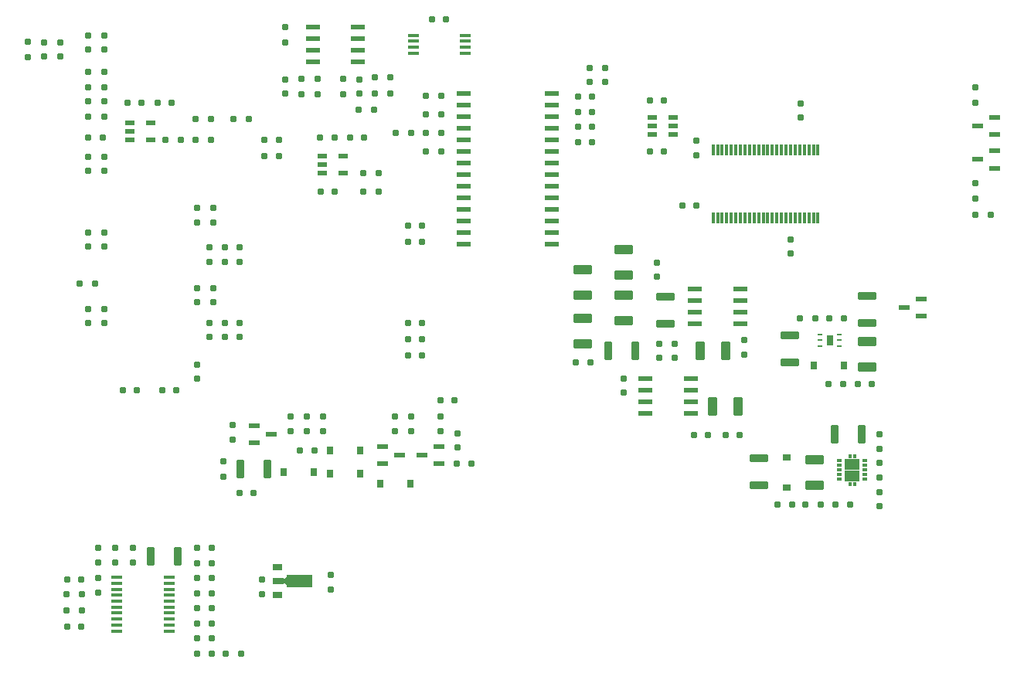
<source format=gtp>
G04 #@! TF.GenerationSoftware,KiCad,Pcbnew,7.0.9*
G04 #@! TF.CreationDate,2024-07-29T14:18:25+01:00*
G04 #@! TF.ProjectId,dacattac-alpha,64616361-7474-4616-932d-616c7068612e,rev?*
G04 #@! TF.SameCoordinates,Original*
G04 #@! TF.FileFunction,Paste,Top*
G04 #@! TF.FilePolarity,Positive*
%FSLAX46Y46*%
G04 Gerber Fmt 4.6, Leading zero omitted, Abs format (unit mm)*
G04 Created by KiCad (PCBNEW 7.0.9) date 2024-07-29 14:18:25*
%MOMM*%
%LPD*%
G01*
G04 APERTURE LIST*
G04 Aperture macros list*
%AMRoundRect*
0 Rectangle with rounded corners*
0 $1 Rounding radius*
0 $2 $3 $4 $5 $6 $7 $8 $9 X,Y pos of 4 corners*
0 Add a 4 corners polygon primitive as box body*
4,1,4,$2,$3,$4,$5,$6,$7,$8,$9,$2,$3,0*
0 Add four circle primitives for the rounded corners*
1,1,$1+$1,$2,$3*
1,1,$1+$1,$4,$5*
1,1,$1+$1,$6,$7*
1,1,$1+$1,$8,$9*
0 Add four rect primitives between the rounded corners*
20,1,$1+$1,$2,$3,$4,$5,0*
20,1,$1+$1,$4,$5,$6,$7,0*
20,1,$1+$1,$6,$7,$8,$9,0*
20,1,$1+$1,$8,$9,$2,$3,0*%
%AMFreePoly0*
4,1,17,3.685500,-0.689500,0.914500,-0.689500,0.914500,-0.450000,0.862658,-0.324842,0.737500,-0.273000,0.560500,-0.273000,0.560500,-0.342000,-0.560500,-0.342000,-0.560500,0.342000,0.560500,0.342000,0.560500,0.273000,0.737500,0.273000,0.862658,0.324842,0.914500,0.450000,0.914500,0.689500,3.685500,0.689500,3.685500,-0.689500,3.685500,-0.689500,$1*%
G04 Aperture macros list end*
%ADD10C,0.010000*%
%ADD11RoundRect,0.117000X-0.339000X0.225000X-0.339000X-0.225000X0.339000X-0.225000X0.339000X0.225000X0*%
%ADD12RoundRect,0.117000X-0.244000X0.225000X-0.244000X-0.225000X0.244000X-0.225000X0.244000X0.225000X0*%
%ADD13RoundRect,0.117000X0.225000X0.244000X-0.225000X0.244000X-0.225000X-0.244000X0.225000X-0.244000X0*%
%ADD14RoundRect,0.104000X0.200000X0.257000X-0.200000X0.257000X-0.200000X-0.257000X0.200000X-0.257000X0*%
%ADD15RoundRect,0.117000X0.244000X-0.225000X0.244000X0.225000X-0.244000X0.225000X-0.244000X-0.225000X0*%
%ADD16RoundRect,0.104000X0.257000X-0.200000X0.257000X0.200000X-0.257000X0.200000X-0.257000X-0.200000X0*%
%ADD17RoundRect,0.112000X0.325000X0.914000X-0.325000X0.914000X-0.325000X-0.914000X0.325000X-0.914000X0*%
%ADD18RoundRect,0.117000X-0.225000X-0.244000X0.225000X-0.244000X0.225000X0.244000X-0.225000X0.244000X0*%
%ADD19RoundRect,0.000000X0.503500X0.228000X-0.503500X0.228000X-0.503500X-0.228000X0.503500X-0.228000X0*%
%ADD20RoundRect,0.104000X-0.257000X0.200000X-0.257000X-0.200000X0.257000X-0.200000X0.257000X0.200000X0*%
%ADD21RoundRect,0.000000X-0.560500X-0.152000X0.560500X-0.152000X0.560500X0.152000X-0.560500X0.152000X0*%
%ADD22RoundRect,0.104000X-0.200000X-0.257000X0.200000X-0.257000X0.200000X0.257000X-0.200000X0.257000X0*%
%ADD23RoundRect,0.000000X-0.741000X-0.228000X0.741000X-0.228000X0.741000X0.228000X-0.741000X0.228000X0*%
%ADD24RoundRect,0.112000X0.914000X-0.325000X0.914000X0.325000X-0.914000X0.325000X-0.914000X-0.325000X0*%
%ADD25RoundRect,0.000000X0.560500X0.228000X-0.560500X0.228000X-0.560500X-0.228000X0.560500X-0.228000X0*%
%ADD26RoundRect,0.100000X0.907000X-0.375000X0.907000X0.375000X-0.907000X0.375000X-0.907000X-0.375000X0*%
%ADD27RoundRect,0.000000X0.114000X-0.560500X0.114000X0.560500X-0.114000X0.560500X-0.114000X-0.560500X0*%
%ADD28RoundRect,0.117000X-0.225000X-0.339000X0.225000X-0.339000X0.225000X0.339000X-0.225000X0.339000X0*%
%ADD29R,0.988000X0.684000*%
%ADD30FreePoly0,0.000000*%
%ADD31RoundRect,0.000000X-0.560500X-0.228000X0.560500X-0.228000X0.560500X0.228000X-0.560500X0.228000X0*%
%ADD32RoundRect,0.000000X-0.684000X-0.228000X0.684000X-0.228000X0.684000X0.228000X-0.684000X0.228000X0*%
%ADD33RoundRect,0.100000X-0.907000X0.375000X-0.907000X-0.375000X0.907000X-0.375000X0.907000X0.375000X0*%
%ADD34RoundRect,0.112000X-0.325000X-0.914000X0.325000X-0.914000X0.325000X0.914000X-0.325000X0.914000X0*%
%ADD35RoundRect,0.000000X0.228000X0.091200X-0.228000X0.091200X-0.228000X-0.091200X0.228000X-0.091200X0*%
%ADD36RoundRect,0.000000X-0.503500X-0.228000X0.503500X-0.228000X0.503500X0.228000X-0.503500X0.228000X0*%
%ADD37RoundRect,0.100000X0.375000X0.907000X-0.375000X0.907000X-0.375000X-0.907000X0.375000X-0.907000X0*%
%ADD38R,0.494000X0.243200*%
%ADD39RoundRect,0.117000X0.225000X0.339000X-0.225000X0.339000X-0.225000X-0.339000X0.225000X-0.339000X0*%
G04 APERTURE END LIST*
G04 #@! TO.C,U11*
D10*
X180521000Y-115852000D02*
X179021000Y-115852000D01*
X179021000Y-114792000D01*
X180521000Y-114792000D01*
X180521000Y-115852000D01*
G36*
X180521000Y-115852000D02*
G01*
X179021000Y-115852000D01*
X179021000Y-114792000D01*
X180521000Y-114792000D01*
X180521000Y-115852000D01*
G37*
X180521000Y-114592000D02*
X179021000Y-114592000D01*
X179021000Y-113532000D01*
X180521000Y-113532000D01*
X180521000Y-114592000D01*
G36*
X180521000Y-114592000D02*
G01*
X179021000Y-114592000D01*
X179021000Y-113532000D01*
X180521000Y-113532000D01*
X180521000Y-114592000D01*
G37*
X180146000Y-116392000D02*
X179896000Y-116392000D01*
X179896000Y-116052000D01*
X180146000Y-116052000D01*
X180146000Y-116392000D01*
G36*
X180146000Y-116392000D02*
G01*
X179896000Y-116392000D01*
X179896000Y-116052000D01*
X180146000Y-116052000D01*
X180146000Y-116392000D01*
G37*
X180146000Y-113332000D02*
X179896000Y-113332000D01*
X179896000Y-112992000D01*
X180146000Y-112992000D01*
X180146000Y-113332000D01*
G36*
X180146000Y-113332000D02*
G01*
X179896000Y-113332000D01*
X179896000Y-112992000D01*
X180146000Y-112992000D01*
X180146000Y-113332000D01*
G37*
X179646000Y-116392000D02*
X179396000Y-116392000D01*
X179396000Y-116052000D01*
X179646000Y-116052000D01*
X179646000Y-116392000D01*
G36*
X179646000Y-116392000D02*
G01*
X179396000Y-116392000D01*
X179396000Y-116052000D01*
X179646000Y-116052000D01*
X179646000Y-116392000D01*
G37*
X179646000Y-113332000D02*
X179396000Y-113332000D01*
X179396000Y-112992000D01*
X179646000Y-112992000D01*
X179646000Y-113332000D01*
G36*
X179646000Y-113332000D02*
G01*
X179396000Y-113332000D01*
X179396000Y-112992000D01*
X179646000Y-112992000D01*
X179646000Y-113332000D01*
G37*
G04 #@! TO.C,U2*
X177654000Y-101029000D02*
X177022000Y-101029000D01*
X177022000Y-100017000D01*
X177654000Y-100017000D01*
X177654000Y-101029000D01*
G36*
X177654000Y-101029000D02*
G01*
X177022000Y-101029000D01*
X177022000Y-100017000D01*
X177654000Y-100017000D01*
X177654000Y-101029000D01*
G37*
G04 #@! TD*
D11*
G04 #@! TO.C,D2*
X172659000Y-113356000D03*
X172659000Y-116656000D03*
G04 #@! TD*
D12*
G04 #@! TO.C,C19*
X111064000Y-90350000D03*
X111064000Y-91900000D03*
G04 #@! TD*
D13*
G04 #@! TO.C,C88*
X151095000Y-102936000D03*
X149545000Y-102936000D03*
G04 #@! TD*
D14*
G04 #@! TO.C,R8*
X134749000Y-79822000D03*
X133099000Y-79822000D03*
G04 #@! TD*
G04 #@! TO.C,R17*
X97729000Y-78298000D03*
X96079000Y-78298000D03*
G04 #@! TD*
D15*
G04 #@! TO.C,C17*
X151069000Y-72202000D03*
X151069000Y-70652000D03*
G04 #@! TD*
G04 #@! TO.C,C37*
X109794000Y-96358000D03*
X109794000Y-94808000D03*
G04 #@! TD*
D13*
G04 #@! TO.C,C13*
X151336000Y-77155000D03*
X149786000Y-77155000D03*
G04 #@! TD*
D14*
G04 #@! TO.C,R19*
X113667000Y-76266000D03*
X112017000Y-76266000D03*
G04 #@! TD*
D16*
G04 #@! TO.C,R62*
X193294000Y-84965000D03*
X193294000Y-83315000D03*
G04 #@! TD*
D17*
G04 #@! TO.C,C68*
X180816000Y-110810000D03*
X177866000Y-110810000D03*
G04 #@! TD*
D18*
G04 #@! TO.C,C66*
X177993000Y-118557000D03*
X179543000Y-118557000D03*
G04 #@! TD*
D19*
G04 #@! TO.C,U3*
X160202000Y-77978000D03*
X160202000Y-77028000D03*
X160202000Y-76078000D03*
X157927000Y-76078000D03*
X157927000Y-77028000D03*
X157927000Y-77978000D03*
G04 #@! TD*
D20*
G04 #@! TO.C,R24*
X97856000Y-74362000D03*
X97856000Y-76012000D03*
G04 #@! TD*
D12*
G04 #@! TO.C,C67*
X182819000Y-113985000D03*
X182819000Y-115535000D03*
G04 #@! TD*
D21*
G04 #@! TO.C,U9*
X99243000Y-126513000D03*
X99243000Y-127163000D03*
X99243000Y-127813000D03*
X99243000Y-128463000D03*
X99243000Y-129113000D03*
X99243000Y-129763000D03*
X99243000Y-130413000D03*
X99243000Y-131063000D03*
X99243000Y-131713000D03*
X99243000Y-132363000D03*
X104968000Y-132363000D03*
X104968000Y-131713000D03*
X104968000Y-131063000D03*
X104968000Y-130413000D03*
X104968000Y-129763000D03*
X104968000Y-129113000D03*
X104968000Y-128463000D03*
X104968000Y-127813000D03*
X104968000Y-127163000D03*
X104968000Y-126513000D03*
G04 #@! TD*
D12*
G04 #@! TO.C,C29*
X109413000Y-98605000D03*
X109413000Y-100155000D03*
G04 #@! TD*
D15*
G04 #@! TO.C,C70*
X97856000Y-81981000D03*
X97856000Y-80431000D03*
G04 #@! TD*
G04 #@! TO.C,C50*
X93030000Y-69421000D03*
X93030000Y-67871000D03*
G04 #@! TD*
D22*
G04 #@! TO.C,R39*
X177260000Y-98110000D03*
X178910000Y-98110000D03*
G04 #@! TD*
D15*
G04 #@! TO.C,C40*
X96078000Y-90262000D03*
X96078000Y-88712000D03*
G04 #@! TD*
D18*
G04 #@! TO.C,C7*
X133771000Y-65344000D03*
X135321000Y-65344000D03*
G04 #@! TD*
D15*
G04 #@! TO.C,C58*
X99063000Y-124851000D03*
X99063000Y-123301000D03*
G04 #@! TD*
D14*
G04 #@! TO.C,R41*
X173230000Y-118557000D03*
X171580000Y-118557000D03*
G04 #@! TD*
D13*
G04 #@! TO.C,C14*
X151323000Y-73853000D03*
X149773000Y-73853000D03*
G04 #@! TD*
D22*
G04 #@! TO.C,R33*
X108017000Y-128254000D03*
X109667000Y-128254000D03*
G04 #@! TD*
D23*
G04 #@! TO.C,U13*
X162564000Y-94935000D03*
X162564000Y-96205000D03*
X162564000Y-97475000D03*
X162564000Y-98745000D03*
X167514000Y-98745000D03*
X167514000Y-97475000D03*
X167514000Y-96205000D03*
X167514000Y-94935000D03*
G04 #@! TD*
D20*
G04 #@! TO.C,R48*
X118303000Y-108842000D03*
X118303000Y-110492000D03*
G04 #@! TD*
D24*
G04 #@! TO.C,C63*
X172942000Y-102965000D03*
X172942000Y-100015000D03*
G04 #@! TD*
D18*
G04 #@! TO.C,C6*
X157660000Y-79822000D03*
X159210000Y-79822000D03*
G04 #@! TD*
D12*
G04 #@! TO.C,C65*
X182819000Y-117134000D03*
X182819000Y-118684000D03*
G04 #@! TD*
D18*
G04 #@! TO.C,C52*
X93780000Y-126730000D03*
X95330000Y-126730000D03*
G04 #@! TD*
D15*
G04 #@! TO.C,C34*
X108016000Y-104740000D03*
X108016000Y-103190000D03*
G04 #@! TD*
D25*
G04 #@! TO.C,Q1*
X195423000Y-81661000D03*
X195423000Y-79761000D03*
X193548000Y-80711000D03*
G04 #@! TD*
D12*
G04 #@! TO.C,C30*
X111064000Y-98605000D03*
X111064000Y-100155000D03*
G04 #@! TD*
D22*
G04 #@! TO.C,R15*
X104588000Y-78552000D03*
X106238000Y-78552000D03*
G04 #@! TD*
D15*
G04 #@! TO.C,C16*
X152720000Y-72202000D03*
X152720000Y-70652000D03*
G04 #@! TD*
D22*
G04 #@! TO.C,R6*
X125733000Y-75250000D03*
X127383000Y-75250000D03*
G04 #@! TD*
D13*
G04 #@! TO.C,C22*
X123129000Y-84267000D03*
X121579000Y-84267000D03*
G04 #@! TD*
D18*
G04 #@! TO.C,C28*
X131130000Y-102174000D03*
X132680000Y-102174000D03*
G04 #@! TD*
D12*
G04 #@! TO.C,C53*
X97158000Y-126603000D03*
X97158000Y-128153000D03*
G04 #@! TD*
D13*
G04 #@! TO.C,C3*
X162766000Y-85791000D03*
X161216000Y-85791000D03*
G04 #@! TD*
D15*
G04 #@! TO.C,C1*
X174183000Y-76139000D03*
X174183000Y-74589000D03*
G04 #@! TD*
D22*
G04 #@! TO.C,R5*
X129797000Y-77790000D03*
X131447000Y-77790000D03*
G04 #@! TD*
D15*
G04 #@! TO.C,C69*
X96078000Y-81981000D03*
X96078000Y-80431000D03*
G04 #@! TD*
G04 #@! TO.C,C47*
X91252000Y-69421000D03*
X91252000Y-67871000D03*
G04 #@! TD*
D14*
G04 #@! TO.C,R36*
X109667000Y-134858000D03*
X108017000Y-134858000D03*
G04 #@! TD*
D18*
G04 #@! TO.C,C74*
X162473000Y-110937000D03*
X164023000Y-110937000D03*
G04 #@! TD*
G04 #@! TO.C,C59*
X108067000Y-124952000D03*
X109617000Y-124952000D03*
G04 #@! TD*
D26*
G04 #@! TO.C,L16*
X175707000Y-116404000D03*
X175707000Y-113604000D03*
G04 #@! TD*
D13*
G04 #@! TO.C,C32*
X101412000Y-105984000D03*
X99862000Y-105984000D03*
G04 #@! TD*
D14*
G04 #@! TO.C,R12*
X127891000Y-84267000D03*
X126241000Y-84267000D03*
G04 #@! TD*
D18*
G04 #@! TO.C,C24*
X131117000Y-87950000D03*
X132667000Y-87950000D03*
G04 #@! TD*
D13*
G04 #@! TO.C,C12*
X151336000Y-78806000D03*
X149786000Y-78806000D03*
G04 #@! TD*
D12*
G04 #@! TO.C,C87*
X158689000Y-100904000D03*
X158689000Y-102454000D03*
G04 #@! TD*
D15*
G04 #@! TO.C,C48*
X96078000Y-68659000D03*
X96078000Y-67109000D03*
G04 #@! TD*
D24*
G04 #@! TO.C,C84*
X159324000Y-98696000D03*
X159324000Y-95746000D03*
G04 #@! TD*
D15*
G04 #@! TO.C,C54*
X100968000Y-124838000D03*
X100968000Y-123288000D03*
G04 #@! TD*
D27*
G04 #@! TO.C,U1*
X164556000Y-87103500D03*
X165056000Y-87103500D03*
X165556000Y-87103500D03*
X166056000Y-87103500D03*
X166556000Y-87103500D03*
X167056000Y-87103500D03*
X167556000Y-87103500D03*
X168056000Y-87103500D03*
X168556000Y-87103500D03*
X169056000Y-87103500D03*
X169556000Y-87103500D03*
X170056000Y-87103500D03*
X170556000Y-87103500D03*
X171056000Y-87103500D03*
X171556000Y-87103500D03*
X172056000Y-87103500D03*
X172556000Y-87103500D03*
X173056000Y-87103500D03*
X173556000Y-87103500D03*
X174056000Y-87103500D03*
X174556000Y-87103500D03*
X175056000Y-87103500D03*
X175556000Y-87103500D03*
X176056000Y-87103500D03*
X176056000Y-79678500D03*
X175556000Y-79678500D03*
X175056000Y-79678500D03*
X174556000Y-79678500D03*
X174056000Y-79678500D03*
X173556000Y-79678500D03*
X173056000Y-79678500D03*
X172556000Y-79678500D03*
X172056000Y-79678500D03*
X171556000Y-79678500D03*
X171056000Y-79678500D03*
X170556000Y-79678500D03*
X170056000Y-79678500D03*
X169556000Y-79678500D03*
X169056000Y-79678500D03*
X168556000Y-79678500D03*
X168056000Y-79678500D03*
X167556000Y-79678500D03*
X167056000Y-79678500D03*
X166556000Y-79678500D03*
X166056000Y-79678500D03*
X165556000Y-79678500D03*
X165056000Y-79678500D03*
X164556000Y-79678500D03*
G04 #@! TD*
D12*
G04 #@! TO.C,C20*
X109413000Y-90350000D03*
X109413000Y-91900000D03*
G04 #@! TD*
D28*
G04 #@! TO.C,D5*
X117542000Y-115001000D03*
X120842000Y-115001000D03*
G04 #@! TD*
D15*
G04 #@! TO.C,C2*
X162753000Y-80216000D03*
X162753000Y-78666000D03*
G04 #@! TD*
D14*
G04 #@! TO.C,R1*
X134749000Y-73726000D03*
X133099000Y-73726000D03*
G04 #@! TD*
D28*
G04 #@! TO.C,D1*
X175611000Y-103317000D03*
X178911000Y-103317000D03*
G04 #@! TD*
D14*
G04 #@! TO.C,R34*
X109667000Y-129905000D03*
X108017000Y-129905000D03*
G04 #@! TD*
D26*
G04 #@! TO.C,L5*
X154752000Y-93414000D03*
X154752000Y-90614000D03*
G04 #@! TD*
D25*
G04 #@! TO.C,Q3*
X187391000Y-97856000D03*
X187391000Y-95956000D03*
X185516000Y-96906000D03*
G04 #@! TD*
D16*
G04 #@! TO.C,R23*
X121224000Y-73535000D03*
X121224000Y-71885000D03*
G04 #@! TD*
D22*
G04 #@! TO.C,R52*
X193295000Y-86807000D03*
X194945000Y-86807000D03*
G04 #@! TD*
D12*
G04 #@! TO.C,C60*
X122685000Y-126240000D03*
X122685000Y-127790000D03*
G04 #@! TD*
D14*
G04 #@! TO.C,R32*
X109667000Y-126603000D03*
X108017000Y-126603000D03*
G04 #@! TD*
D15*
G04 #@! TO.C,C38*
X108016000Y-96358000D03*
X108016000Y-94808000D03*
G04 #@! TD*
D13*
G04 #@! TO.C,C43*
X105222000Y-74488000D03*
X103672000Y-74488000D03*
G04 #@! TD*
D29*
G04 #@! TO.C,U10*
X116798000Y-125388000D03*
D30*
X116885500Y-126888000D03*
D29*
X116798000Y-128388000D03*
G04 #@! TD*
D18*
G04 #@! TO.C,C44*
X100370000Y-74488000D03*
X101920000Y-74488000D03*
G04 #@! TD*
D12*
G04 #@! TO.C,C21*
X125796000Y-71935000D03*
X125796000Y-73485000D03*
G04 #@! TD*
D14*
G04 #@! TO.C,R46*
X112815600Y-134858000D03*
X111165600Y-134858000D03*
G04 #@! TD*
D31*
G04 #@! TO.C,Q5*
X128366000Y-112146000D03*
X128366000Y-114046000D03*
X130241000Y-113096000D03*
G04 #@! TD*
D14*
G04 #@! TO.C,R4*
X134749000Y-77790000D03*
X133099000Y-77790000D03*
G04 #@! TD*
D16*
G04 #@! TO.C,R27*
X96078000Y-76012000D03*
X96078000Y-74362000D03*
G04 #@! TD*
D15*
G04 #@! TO.C,C8*
X136591000Y-112270000D03*
X136591000Y-110720000D03*
G04 #@! TD*
D32*
G04 #@! TO.C,U4*
X137278000Y-73472000D03*
X137278000Y-74742000D03*
X137278000Y-76012000D03*
X137278000Y-77282000D03*
X137278000Y-78552000D03*
X137278000Y-79822000D03*
X137278000Y-81092000D03*
X137278000Y-82362000D03*
X137278000Y-83632000D03*
X137278000Y-84902000D03*
X137278000Y-86172000D03*
X137278000Y-87442000D03*
X137278000Y-88712000D03*
X137278000Y-89982000D03*
X146878000Y-89982000D03*
X146878000Y-88712000D03*
X146878000Y-87442000D03*
X146878000Y-86172000D03*
X146878000Y-84902000D03*
X146878000Y-83632000D03*
X146878000Y-82362000D03*
X146878000Y-81092000D03*
X146878000Y-79822000D03*
X146878000Y-78552000D03*
X146878000Y-77282000D03*
X146878000Y-76012000D03*
X146878000Y-74742000D03*
X146878000Y-73472000D03*
G04 #@! TD*
D20*
G04 #@! TO.C,R3*
X124018000Y-71885000D03*
X124018000Y-73535000D03*
G04 #@! TD*
D14*
G04 #@! TO.C,R40*
X178847000Y-105349000D03*
X177197000Y-105349000D03*
G04 #@! TD*
G04 #@! TO.C,R14*
X117033000Y-78552000D03*
X115383000Y-78552000D03*
G04 #@! TD*
D22*
G04 #@! TO.C,R16*
X107890000Y-78552000D03*
X109540000Y-78552000D03*
G04 #@! TD*
D33*
G04 #@! TO.C,L15*
X181451000Y-100644000D03*
X181451000Y-103444000D03*
G04 #@! TD*
D15*
G04 #@! TO.C,C9*
X121859000Y-110442000D03*
X121859000Y-108892000D03*
G04 #@! TD*
D12*
G04 #@! TO.C,C18*
X112715000Y-90350000D03*
X112715000Y-91900000D03*
G04 #@! TD*
D15*
G04 #@! TO.C,C35*
X96078000Y-98644000D03*
X96078000Y-97094000D03*
G04 #@! TD*
D34*
G04 #@! TO.C,C11*
X112813000Y-114620000D03*
X115763000Y-114620000D03*
G04 #@! TD*
D18*
G04 #@! TO.C,C15*
X149773000Y-75504000D03*
X151323000Y-75504000D03*
G04 #@! TD*
D14*
G04 #@! TO.C,R42*
X176342000Y-118557000D03*
X174692000Y-118557000D03*
G04 #@! TD*
D20*
G04 #@! TO.C,R61*
X193294000Y-72838000D03*
X193294000Y-74488000D03*
G04 #@! TD*
D24*
G04 #@! TO.C,C64*
X181451000Y-98618000D03*
X181451000Y-95668000D03*
G04 #@! TD*
D15*
G04 #@! TO.C,C61*
X115128000Y-128298000D03*
X115128000Y-126748000D03*
G04 #@! TD*
D34*
G04 #@! TO.C,C55*
X102922000Y-124190000D03*
X105872000Y-124190000D03*
G04 #@! TD*
D35*
G04 #@! TO.C,U11*
X181171000Y-115692000D03*
X181171000Y-115192000D03*
X181171000Y-114692000D03*
X181171000Y-114192000D03*
X181171000Y-113692000D03*
X178371000Y-113692000D03*
X178371000Y-114192000D03*
X178371000Y-114692000D03*
X178371000Y-115192000D03*
X178371000Y-115692000D03*
G04 #@! TD*
D16*
G04 #@! TO.C,R21*
X117668000Y-67883000D03*
X117668000Y-66233000D03*
G04 #@! TD*
D15*
G04 #@! TO.C,C73*
X160340000Y-102454000D03*
X160340000Y-100904000D03*
G04 #@! TD*
D18*
G04 #@! TO.C,C72*
X165902000Y-110937000D03*
X167452000Y-110937000D03*
G04 #@! TD*
D25*
G04 #@! TO.C,Q2*
X195423000Y-77978000D03*
X195423000Y-76078000D03*
X193548000Y-77028000D03*
G04 #@! TD*
D14*
G04 #@! TO.C,R7*
X129161000Y-71694000D03*
X127511000Y-71694000D03*
G04 #@! TD*
D21*
G04 #@! TO.C,U17*
X131697500Y-67100000D03*
X131697500Y-67750000D03*
X131697500Y-68400000D03*
X131697500Y-69050000D03*
X137422500Y-69050000D03*
X137422500Y-68400000D03*
X137422500Y-67750000D03*
X137422500Y-67100000D03*
G04 #@! TD*
D17*
G04 #@! TO.C,C85*
X156051000Y-101666000D03*
X153101000Y-101666000D03*
G04 #@! TD*
D15*
G04 #@! TO.C,C77*
X158435000Y-93564000D03*
X158435000Y-92014000D03*
G04 #@! TD*
G04 #@! TO.C,C36*
X97856000Y-98644000D03*
X97856000Y-97094000D03*
G04 #@! TD*
D20*
G04 #@! TO.C,R31*
X134686000Y-108842000D03*
X134686000Y-110492000D03*
G04 #@! TD*
D18*
G04 #@! TO.C,C76*
X112689000Y-117287000D03*
X114239000Y-117287000D03*
G04 #@! TD*
G04 #@! TO.C,C75*
X134660000Y-107127000D03*
X136210000Y-107127000D03*
G04 #@! TD*
D22*
G04 #@! TO.C,R2*
X127511000Y-73472000D03*
X129161000Y-73472000D03*
G04 #@! TD*
D15*
G04 #@! TO.C,C78*
X154752000Y-106238000D03*
X154752000Y-104688000D03*
G04 #@! TD*
D36*
G04 #@! TO.C,U5*
X121732000Y-80330000D03*
X121732000Y-81280000D03*
X121732000Y-82230000D03*
X124007000Y-82230000D03*
X124007000Y-80330000D03*
G04 #@! TD*
D12*
G04 #@! TO.C,C45*
X117668000Y-71935000D03*
X117668000Y-73485000D03*
G04 #@! TD*
D16*
G04 #@! TO.C,R28*
X89474000Y-69471000D03*
X89474000Y-67821000D03*
G04 #@! TD*
D37*
G04 #@! TO.C,L18*
X167325000Y-107762000D03*
X164525000Y-107762000D03*
G04 #@! TD*
D15*
G04 #@! TO.C,C56*
X97158000Y-124838000D03*
X97158000Y-123288000D03*
G04 #@! TD*
D37*
G04 #@! TO.C,L17*
X165928000Y-101666000D03*
X163128000Y-101666000D03*
G04 #@! TD*
D18*
G04 #@! TO.C,C26*
X131130000Y-98618000D03*
X132680000Y-98618000D03*
G04 #@! TD*
D28*
G04 #@! TO.C,D4*
X122623000Y-115128000D03*
X125923000Y-115128000D03*
G04 #@! TD*
D16*
G04 #@! TO.C,R25*
X96078000Y-72773000D03*
X96078000Y-71123000D03*
G04 #@! TD*
D20*
G04 #@! TO.C,R47*
X131511000Y-108842000D03*
X131511000Y-110492000D03*
G04 #@! TD*
G04 #@! TO.C,R49*
X111953000Y-109795000D03*
X111953000Y-111445000D03*
G04 #@! TD*
D36*
G04 #@! TO.C,U7*
X100661000Y-76652000D03*
X100661000Y-77602000D03*
X100661000Y-78552000D03*
X102936000Y-78552000D03*
X102936000Y-76652000D03*
G04 #@! TD*
D31*
G04 #@! TO.C,Q6*
X114269000Y-109860000D03*
X114269000Y-111760000D03*
X116144000Y-110810000D03*
G04 #@! TD*
D22*
G04 #@! TO.C,R9*
X133099000Y-75758000D03*
X134749000Y-75758000D03*
G04 #@! TD*
D23*
G04 #@! TO.C,U14*
X157168000Y-104714000D03*
X157168000Y-105984000D03*
X157168000Y-107254000D03*
X157168000Y-108524000D03*
X162118000Y-108524000D03*
X162118000Y-107254000D03*
X162118000Y-105984000D03*
X162118000Y-104714000D03*
G04 #@! TD*
D15*
G04 #@! TO.C,C41*
X109794000Y-87595000D03*
X109794000Y-86045000D03*
G04 #@! TD*
D14*
G04 #@! TO.C,R43*
X138115000Y-114048000D03*
X136465000Y-114048000D03*
G04 #@! TD*
D33*
G04 #@! TO.C,L22*
X150307000Y-98107000D03*
X150307000Y-100907000D03*
G04 #@! TD*
D15*
G04 #@! TO.C,C71*
X167960000Y-102073000D03*
X167960000Y-100523000D03*
G04 #@! TD*
D16*
G04 #@! TO.C,R45*
X182819000Y-112461000D03*
X182819000Y-110811000D03*
G04 #@! TD*
D15*
G04 #@! TO.C,C39*
X97856000Y-90262000D03*
X97856000Y-88712000D03*
G04 #@! TD*
D33*
G04 #@! TO.C,L21*
X154752000Y-95567000D03*
X154752000Y-98367000D03*
G04 #@! TD*
D14*
G04 #@! TO.C,R37*
X109667000Y-133207000D03*
X108017000Y-133207000D03*
G04 #@! TD*
D18*
G04 #@! TO.C,C25*
X131117000Y-89728000D03*
X132667000Y-89728000D03*
G04 #@! TD*
D14*
G04 #@! TO.C,R10*
X127891000Y-82235000D03*
X126241000Y-82235000D03*
G04 #@! TD*
D18*
G04 #@! TO.C,C27*
X131130000Y-100396000D03*
X132680000Y-100396000D03*
G04 #@! TD*
D12*
G04 #@! TO.C,C31*
X112715000Y-98605000D03*
X112715000Y-100155000D03*
G04 #@! TD*
D18*
G04 #@! TO.C,C51*
X93780000Y-131937000D03*
X95330000Y-131937000D03*
G04 #@! TD*
D38*
G04 #@! TO.C,U2*
X176313000Y-99873000D03*
X176313000Y-100523000D03*
X176313000Y-101173000D03*
X178363000Y-101173000D03*
X178363000Y-100523000D03*
X178363000Y-99873000D03*
G04 #@! TD*
D14*
G04 #@! TO.C,R13*
X117033000Y-80330000D03*
X115383000Y-80330000D03*
G04 #@! TD*
D16*
G04 #@! TO.C,R44*
X129733000Y-110492000D03*
X129733000Y-108842000D03*
G04 #@! TD*
D18*
G04 #@! TO.C,C5*
X157660000Y-74234000D03*
X159210000Y-74234000D03*
G04 #@! TD*
D15*
G04 #@! TO.C,C46*
X97856000Y-68659000D03*
X97856000Y-67109000D03*
G04 #@! TD*
D22*
G04 #@! TO.C,R18*
X95190000Y-94300000D03*
X96840000Y-94300000D03*
G04 #@! TD*
D18*
G04 #@! TO.C,C33*
X104206000Y-105984000D03*
X105756000Y-105984000D03*
G04 #@! TD*
D14*
G04 #@! TO.C,R35*
X109667000Y-131556000D03*
X108017000Y-131556000D03*
G04 #@! TD*
D15*
G04 #@! TO.C,C42*
X108016000Y-87595000D03*
X108016000Y-86045000D03*
G04 #@! TD*
D16*
G04 #@! TO.C,R26*
X97856000Y-72773000D03*
X97856000Y-71123000D03*
G04 #@! TD*
G04 #@! TO.C,R51*
X110937000Y-115445000D03*
X110937000Y-113795000D03*
G04 #@! TD*
D15*
G04 #@! TO.C,C10*
X120081000Y-110442000D03*
X120081000Y-108892000D03*
G04 #@! TD*
D18*
G04 #@! TO.C,C57*
X108067000Y-123301000D03*
X109617000Y-123301000D03*
G04 #@! TD*
D39*
G04 #@! TO.C,D3*
X131383000Y-116207000D03*
X128083000Y-116207000D03*
G04 #@! TD*
D14*
G04 #@! TO.C,R50*
X120906000Y-112588000D03*
X119256000Y-112588000D03*
G04 #@! TD*
D22*
G04 #@! TO.C,R20*
X107889000Y-76266000D03*
X109539000Y-76266000D03*
G04 #@! TD*
D33*
G04 #@! TO.C,L6*
X150307000Y-92776000D03*
X150307000Y-95576000D03*
G04 #@! TD*
D20*
G04 #@! TO.C,R22*
X119446000Y-71885000D03*
X119446000Y-73535000D03*
G04 #@! TD*
D23*
G04 #@! TO.C,U6*
X120719000Y-66233000D03*
X120719000Y-67503000D03*
X120719000Y-68773000D03*
X120719000Y-70043000D03*
X125669000Y-70043000D03*
X125669000Y-68773000D03*
X125669000Y-67503000D03*
X125669000Y-66233000D03*
G04 #@! TD*
D14*
G04 #@! TO.C,R29*
X95380000Y-128381000D03*
X93730000Y-128381000D03*
G04 #@! TD*
D24*
G04 #@! TO.C,C79*
X169611000Y-116427000D03*
X169611000Y-113477000D03*
G04 #@! TD*
D28*
G04 #@! TO.C,D6*
X122623000Y-112588000D03*
X125923000Y-112588000D03*
G04 #@! TD*
D14*
G04 #@! TO.C,R30*
X95380000Y-130159000D03*
X93730000Y-130159000D03*
G04 #@! TD*
D18*
G04 #@! TO.C,C62*
X180435000Y-105349000D03*
X181985000Y-105349000D03*
G04 #@! TD*
D14*
G04 #@! TO.C,R11*
X123129000Y-78298000D03*
X121479000Y-78298000D03*
G04 #@! TD*
D22*
G04 #@! TO.C,R38*
X174086000Y-98110000D03*
X175736000Y-98110000D03*
G04 #@! TD*
D12*
G04 #@! TO.C,C4*
X173040000Y-89474000D03*
X173040000Y-91024000D03*
G04 #@! TD*
D25*
G04 #@! TO.C,Q4*
X134559000Y-114043000D03*
X134559000Y-112143000D03*
X132684000Y-113093000D03*
G04 #@! TD*
D18*
G04 #@! TO.C,C23*
X124767000Y-78298000D03*
X126317000Y-78298000D03*
G04 #@! TD*
M02*

</source>
